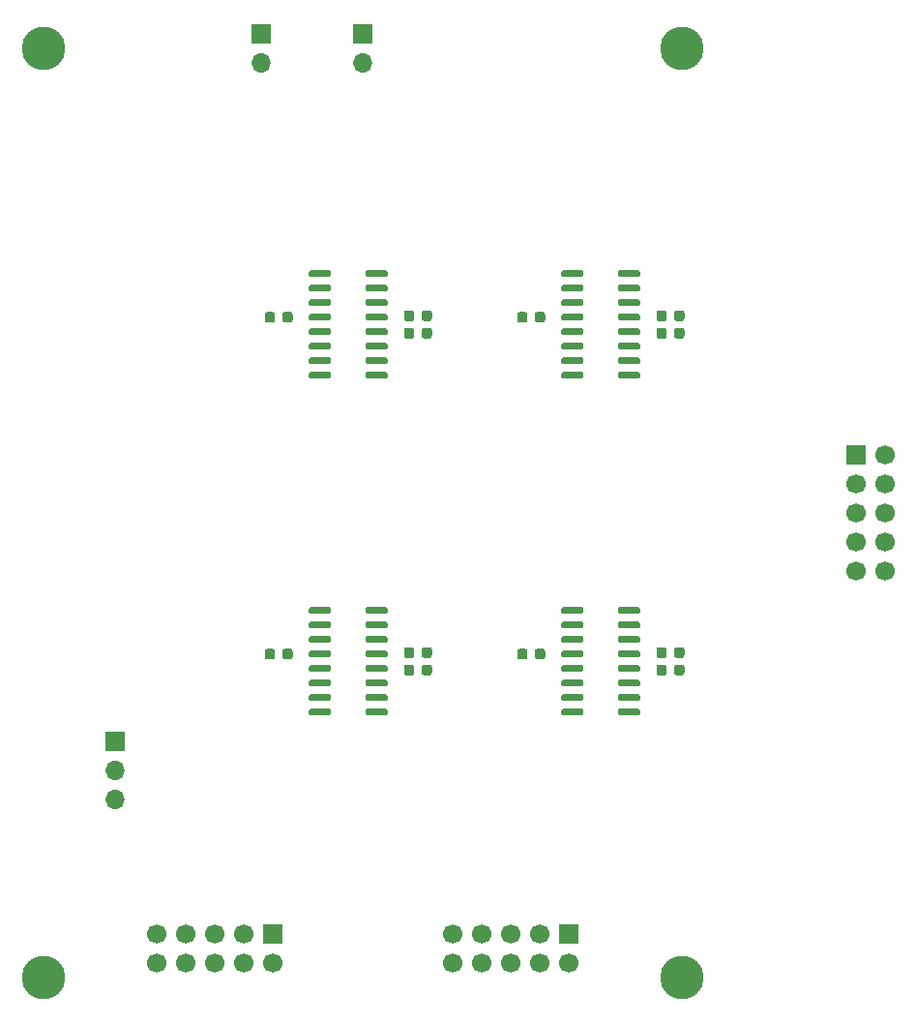
<source format=gts>
%TF.GenerationSoftware,KiCad,Pcbnew,5.1.7-a382d34a8~87~ubuntu18.04.1*%
%TF.CreationDate,2021-05-06T09:45:46-07:00*%
%TF.ProjectId,multiplexer,6d756c74-6970-46c6-9578-65722e6b6963,rev?*%
%TF.SameCoordinates,Original*%
%TF.FileFunction,Soldermask,Top*%
%TF.FilePolarity,Negative*%
%FSLAX46Y46*%
G04 Gerber Fmt 4.6, Leading zero omitted, Abs format (unit mm)*
G04 Created by KiCad (PCBNEW 5.1.7-a382d34a8~87~ubuntu18.04.1) date 2021-05-06 09:45:46*
%MOMM*%
%LPD*%
G01*
G04 APERTURE LIST*
%ADD10C,3.810000*%
%ADD11R,1.700000X1.700000*%
%ADD12O,1.700000X1.700000*%
%ADD13C,1.700000*%
G04 APERTURE END LIST*
D10*
%TO.C,M1*%
X80010000Y-80010000D03*
%TD*%
%TO.C,M2*%
X135890000Y-80010000D03*
%TD*%
%TO.C,M3*%
X135890000Y-161290000D03*
%TD*%
%TO.C,4-40*%
X80010000Y-161290000D03*
%TD*%
%TO.C,C1*%
G36*
G01*
X100909000Y-103755000D02*
X100909000Y-103255000D01*
G75*
G02*
X101134000Y-103030000I225000J0D01*
G01*
X101584000Y-103030000D01*
G75*
G02*
X101809000Y-103255000I0J-225000D01*
G01*
X101809000Y-103755000D01*
G75*
G02*
X101584000Y-103980000I-225000J0D01*
G01*
X101134000Y-103980000D01*
G75*
G02*
X100909000Y-103755000I0J225000D01*
G01*
G37*
G36*
G01*
X99359000Y-103755000D02*
X99359000Y-103255000D01*
G75*
G02*
X99584000Y-103030000I225000J0D01*
G01*
X100034000Y-103030000D01*
G75*
G02*
X100259000Y-103255000I0J-225000D01*
G01*
X100259000Y-103755000D01*
G75*
G02*
X100034000Y-103980000I-225000J0D01*
G01*
X99584000Y-103980000D01*
G75*
G02*
X99359000Y-103755000I0J225000D01*
G01*
G37*
%TD*%
%TO.C,C2*%
G36*
G01*
X100909000Y-133219000D02*
X100909000Y-132719000D01*
G75*
G02*
X101134000Y-132494000I225000J0D01*
G01*
X101584000Y-132494000D01*
G75*
G02*
X101809000Y-132719000I0J-225000D01*
G01*
X101809000Y-133219000D01*
G75*
G02*
X101584000Y-133444000I-225000J0D01*
G01*
X101134000Y-133444000D01*
G75*
G02*
X100909000Y-133219000I0J225000D01*
G01*
G37*
G36*
G01*
X99359000Y-133219000D02*
X99359000Y-132719000D01*
G75*
G02*
X99584000Y-132494000I225000J0D01*
G01*
X100034000Y-132494000D01*
G75*
G02*
X100259000Y-132719000I0J-225000D01*
G01*
X100259000Y-133219000D01*
G75*
G02*
X100034000Y-133444000I-225000J0D01*
G01*
X99584000Y-133444000D01*
G75*
G02*
X99359000Y-133219000I0J225000D01*
G01*
G37*
%TD*%
%TO.C,C3*%
G36*
G01*
X111551000Y-103628000D02*
X111551000Y-103128000D01*
G75*
G02*
X111776000Y-102903000I225000J0D01*
G01*
X112226000Y-102903000D01*
G75*
G02*
X112451000Y-103128000I0J-225000D01*
G01*
X112451000Y-103628000D01*
G75*
G02*
X112226000Y-103853000I-225000J0D01*
G01*
X111776000Y-103853000D01*
G75*
G02*
X111551000Y-103628000I0J225000D01*
G01*
G37*
G36*
G01*
X113101000Y-103628000D02*
X113101000Y-103128000D01*
G75*
G02*
X113326000Y-102903000I225000J0D01*
G01*
X113776000Y-102903000D01*
G75*
G02*
X114001000Y-103128000I0J-225000D01*
G01*
X114001000Y-103628000D01*
G75*
G02*
X113776000Y-103853000I-225000J0D01*
G01*
X113326000Y-103853000D01*
G75*
G02*
X113101000Y-103628000I0J225000D01*
G01*
G37*
%TD*%
%TO.C,C4*%
G36*
G01*
X111551000Y-133092000D02*
X111551000Y-132592000D01*
G75*
G02*
X111776000Y-132367000I225000J0D01*
G01*
X112226000Y-132367000D01*
G75*
G02*
X112451000Y-132592000I0J-225000D01*
G01*
X112451000Y-133092000D01*
G75*
G02*
X112226000Y-133317000I-225000J0D01*
G01*
X111776000Y-133317000D01*
G75*
G02*
X111551000Y-133092000I0J225000D01*
G01*
G37*
G36*
G01*
X113101000Y-133092000D02*
X113101000Y-132592000D01*
G75*
G02*
X113326000Y-132367000I225000J0D01*
G01*
X113776000Y-132367000D01*
G75*
G02*
X114001000Y-132592000I0J-225000D01*
G01*
X114001000Y-133092000D01*
G75*
G02*
X113776000Y-133317000I-225000J0D01*
G01*
X113326000Y-133317000D01*
G75*
G02*
X113101000Y-133092000I0J225000D01*
G01*
G37*
%TD*%
%TO.C,C5*%
G36*
G01*
X123007000Y-103755000D02*
X123007000Y-103255000D01*
G75*
G02*
X123232000Y-103030000I225000J0D01*
G01*
X123682000Y-103030000D01*
G75*
G02*
X123907000Y-103255000I0J-225000D01*
G01*
X123907000Y-103755000D01*
G75*
G02*
X123682000Y-103980000I-225000J0D01*
G01*
X123232000Y-103980000D01*
G75*
G02*
X123007000Y-103755000I0J225000D01*
G01*
G37*
G36*
G01*
X121457000Y-103755000D02*
X121457000Y-103255000D01*
G75*
G02*
X121682000Y-103030000I225000J0D01*
G01*
X122132000Y-103030000D01*
G75*
G02*
X122357000Y-103255000I0J-225000D01*
G01*
X122357000Y-103755000D01*
G75*
G02*
X122132000Y-103980000I-225000J0D01*
G01*
X121682000Y-103980000D01*
G75*
G02*
X121457000Y-103755000I0J225000D01*
G01*
G37*
%TD*%
%TO.C,C6*%
G36*
G01*
X121457000Y-133219000D02*
X121457000Y-132719000D01*
G75*
G02*
X121682000Y-132494000I225000J0D01*
G01*
X122132000Y-132494000D01*
G75*
G02*
X122357000Y-132719000I0J-225000D01*
G01*
X122357000Y-133219000D01*
G75*
G02*
X122132000Y-133444000I-225000J0D01*
G01*
X121682000Y-133444000D01*
G75*
G02*
X121457000Y-133219000I0J225000D01*
G01*
G37*
G36*
G01*
X123007000Y-133219000D02*
X123007000Y-132719000D01*
G75*
G02*
X123232000Y-132494000I225000J0D01*
G01*
X123682000Y-132494000D01*
G75*
G02*
X123907000Y-132719000I0J-225000D01*
G01*
X123907000Y-133219000D01*
G75*
G02*
X123682000Y-133444000I-225000J0D01*
G01*
X123232000Y-133444000D01*
G75*
G02*
X123007000Y-133219000I0J225000D01*
G01*
G37*
%TD*%
%TO.C,C7*%
G36*
G01*
X133649000Y-103628000D02*
X133649000Y-103128000D01*
G75*
G02*
X133874000Y-102903000I225000J0D01*
G01*
X134324000Y-102903000D01*
G75*
G02*
X134549000Y-103128000I0J-225000D01*
G01*
X134549000Y-103628000D01*
G75*
G02*
X134324000Y-103853000I-225000J0D01*
G01*
X133874000Y-103853000D01*
G75*
G02*
X133649000Y-103628000I0J225000D01*
G01*
G37*
G36*
G01*
X135199000Y-103628000D02*
X135199000Y-103128000D01*
G75*
G02*
X135424000Y-102903000I225000J0D01*
G01*
X135874000Y-102903000D01*
G75*
G02*
X136099000Y-103128000I0J-225000D01*
G01*
X136099000Y-103628000D01*
G75*
G02*
X135874000Y-103853000I-225000J0D01*
G01*
X135424000Y-103853000D01*
G75*
G02*
X135199000Y-103628000I0J225000D01*
G01*
G37*
%TD*%
%TO.C,C8*%
G36*
G01*
X135199000Y-133092000D02*
X135199000Y-132592000D01*
G75*
G02*
X135424000Y-132367000I225000J0D01*
G01*
X135874000Y-132367000D01*
G75*
G02*
X136099000Y-132592000I0J-225000D01*
G01*
X136099000Y-133092000D01*
G75*
G02*
X135874000Y-133317000I-225000J0D01*
G01*
X135424000Y-133317000D01*
G75*
G02*
X135199000Y-133092000I0J225000D01*
G01*
G37*
G36*
G01*
X133649000Y-133092000D02*
X133649000Y-132592000D01*
G75*
G02*
X133874000Y-132367000I225000J0D01*
G01*
X134324000Y-132367000D01*
G75*
G02*
X134549000Y-132592000I0J-225000D01*
G01*
X134549000Y-133092000D01*
G75*
G02*
X134324000Y-133317000I-225000J0D01*
G01*
X133874000Y-133317000D01*
G75*
G02*
X133649000Y-133092000I0J225000D01*
G01*
G37*
%TD*%
%TO.C,C9*%
G36*
G01*
X111551000Y-105152000D02*
X111551000Y-104652000D01*
G75*
G02*
X111776000Y-104427000I225000J0D01*
G01*
X112226000Y-104427000D01*
G75*
G02*
X112451000Y-104652000I0J-225000D01*
G01*
X112451000Y-105152000D01*
G75*
G02*
X112226000Y-105377000I-225000J0D01*
G01*
X111776000Y-105377000D01*
G75*
G02*
X111551000Y-105152000I0J225000D01*
G01*
G37*
G36*
G01*
X113101000Y-105152000D02*
X113101000Y-104652000D01*
G75*
G02*
X113326000Y-104427000I225000J0D01*
G01*
X113776000Y-104427000D01*
G75*
G02*
X114001000Y-104652000I0J-225000D01*
G01*
X114001000Y-105152000D01*
G75*
G02*
X113776000Y-105377000I-225000J0D01*
G01*
X113326000Y-105377000D01*
G75*
G02*
X113101000Y-105152000I0J225000D01*
G01*
G37*
%TD*%
%TO.C,C10*%
G36*
G01*
X113101000Y-134616000D02*
X113101000Y-134116000D01*
G75*
G02*
X113326000Y-133891000I225000J0D01*
G01*
X113776000Y-133891000D01*
G75*
G02*
X114001000Y-134116000I0J-225000D01*
G01*
X114001000Y-134616000D01*
G75*
G02*
X113776000Y-134841000I-225000J0D01*
G01*
X113326000Y-134841000D01*
G75*
G02*
X113101000Y-134616000I0J225000D01*
G01*
G37*
G36*
G01*
X111551000Y-134616000D02*
X111551000Y-134116000D01*
G75*
G02*
X111776000Y-133891000I225000J0D01*
G01*
X112226000Y-133891000D01*
G75*
G02*
X112451000Y-134116000I0J-225000D01*
G01*
X112451000Y-134616000D01*
G75*
G02*
X112226000Y-134841000I-225000J0D01*
G01*
X111776000Y-134841000D01*
G75*
G02*
X111551000Y-134616000I0J225000D01*
G01*
G37*
%TD*%
%TO.C,C11*%
G36*
G01*
X133649000Y-105152000D02*
X133649000Y-104652000D01*
G75*
G02*
X133874000Y-104427000I225000J0D01*
G01*
X134324000Y-104427000D01*
G75*
G02*
X134549000Y-104652000I0J-225000D01*
G01*
X134549000Y-105152000D01*
G75*
G02*
X134324000Y-105377000I-225000J0D01*
G01*
X133874000Y-105377000D01*
G75*
G02*
X133649000Y-105152000I0J225000D01*
G01*
G37*
G36*
G01*
X135199000Y-105152000D02*
X135199000Y-104652000D01*
G75*
G02*
X135424000Y-104427000I225000J0D01*
G01*
X135874000Y-104427000D01*
G75*
G02*
X136099000Y-104652000I0J-225000D01*
G01*
X136099000Y-105152000D01*
G75*
G02*
X135874000Y-105377000I-225000J0D01*
G01*
X135424000Y-105377000D01*
G75*
G02*
X135199000Y-105152000I0J225000D01*
G01*
G37*
%TD*%
%TO.C,C12*%
G36*
G01*
X135199000Y-134616000D02*
X135199000Y-134116000D01*
G75*
G02*
X135424000Y-133891000I225000J0D01*
G01*
X135874000Y-133891000D01*
G75*
G02*
X136099000Y-134116000I0J-225000D01*
G01*
X136099000Y-134616000D01*
G75*
G02*
X135874000Y-134841000I-225000J0D01*
G01*
X135424000Y-134841000D01*
G75*
G02*
X135199000Y-134616000I0J225000D01*
G01*
G37*
G36*
G01*
X133649000Y-134616000D02*
X133649000Y-134116000D01*
G75*
G02*
X133874000Y-133891000I225000J0D01*
G01*
X134324000Y-133891000D01*
G75*
G02*
X134549000Y-134116000I0J-225000D01*
G01*
X134549000Y-134616000D01*
G75*
G02*
X134324000Y-134841000I-225000J0D01*
G01*
X133874000Y-134841000D01*
G75*
G02*
X133649000Y-134616000I0J225000D01*
G01*
G37*
%TD*%
D11*
%TO.C,K1*%
X86309200Y-140589000D03*
D12*
X86309200Y-143129000D03*
X86309200Y-145669000D03*
%TD*%
D13*
%TO.C,P1*%
X89916000Y-160020000D03*
X89916000Y-157480000D03*
X92456000Y-160020000D03*
X92456000Y-157480000D03*
X94996000Y-160020000D03*
X94996000Y-157480000D03*
X97536000Y-160020000D03*
X97536000Y-157480000D03*
X100076000Y-160020000D03*
D11*
X100076000Y-157480000D03*
%TD*%
%TO.C,P2*%
X125984000Y-157480000D03*
D13*
X125984000Y-160020000D03*
X123444000Y-157480000D03*
X123444000Y-160020000D03*
X120904000Y-157480000D03*
X120904000Y-160020000D03*
X118364000Y-157480000D03*
X118364000Y-160020000D03*
X115824000Y-157480000D03*
X115824000Y-160020000D03*
%TD*%
D11*
%TO.C,P3*%
X107950000Y-78740000D03*
D12*
X107950000Y-81280000D03*
%TD*%
%TO.C,P4*%
X99060000Y-81280000D03*
D11*
X99060000Y-78740000D03*
%TD*%
%TO.C,P5*%
X151130000Y-115570000D03*
D13*
X153670000Y-115570000D03*
X151130000Y-118110000D03*
X153670000Y-118110000D03*
X151130000Y-120650000D03*
X153670000Y-120650000D03*
X151130000Y-123190000D03*
X153670000Y-123190000D03*
X151130000Y-125730000D03*
X153670000Y-125730000D03*
%TD*%
%TO.C,U1*%
G36*
G01*
X108180000Y-99845000D02*
X108180000Y-99545000D01*
G75*
G02*
X108330000Y-99395000I150000J0D01*
G01*
X109980000Y-99395000D01*
G75*
G02*
X110130000Y-99545000I0J-150000D01*
G01*
X110130000Y-99845000D01*
G75*
G02*
X109980000Y-99995000I-150000J0D01*
G01*
X108330000Y-99995000D01*
G75*
G02*
X108180000Y-99845000I0J150000D01*
G01*
G37*
G36*
G01*
X108180000Y-101115000D02*
X108180000Y-100815000D01*
G75*
G02*
X108330000Y-100665000I150000J0D01*
G01*
X109980000Y-100665000D01*
G75*
G02*
X110130000Y-100815000I0J-150000D01*
G01*
X110130000Y-101115000D01*
G75*
G02*
X109980000Y-101265000I-150000J0D01*
G01*
X108330000Y-101265000D01*
G75*
G02*
X108180000Y-101115000I0J150000D01*
G01*
G37*
G36*
G01*
X108180000Y-102385000D02*
X108180000Y-102085000D01*
G75*
G02*
X108330000Y-101935000I150000J0D01*
G01*
X109980000Y-101935000D01*
G75*
G02*
X110130000Y-102085000I0J-150000D01*
G01*
X110130000Y-102385000D01*
G75*
G02*
X109980000Y-102535000I-150000J0D01*
G01*
X108330000Y-102535000D01*
G75*
G02*
X108180000Y-102385000I0J150000D01*
G01*
G37*
G36*
G01*
X108180000Y-103655000D02*
X108180000Y-103355000D01*
G75*
G02*
X108330000Y-103205000I150000J0D01*
G01*
X109980000Y-103205000D01*
G75*
G02*
X110130000Y-103355000I0J-150000D01*
G01*
X110130000Y-103655000D01*
G75*
G02*
X109980000Y-103805000I-150000J0D01*
G01*
X108330000Y-103805000D01*
G75*
G02*
X108180000Y-103655000I0J150000D01*
G01*
G37*
G36*
G01*
X108180000Y-104925000D02*
X108180000Y-104625000D01*
G75*
G02*
X108330000Y-104475000I150000J0D01*
G01*
X109980000Y-104475000D01*
G75*
G02*
X110130000Y-104625000I0J-150000D01*
G01*
X110130000Y-104925000D01*
G75*
G02*
X109980000Y-105075000I-150000J0D01*
G01*
X108330000Y-105075000D01*
G75*
G02*
X108180000Y-104925000I0J150000D01*
G01*
G37*
G36*
G01*
X108180000Y-106195000D02*
X108180000Y-105895000D01*
G75*
G02*
X108330000Y-105745000I150000J0D01*
G01*
X109980000Y-105745000D01*
G75*
G02*
X110130000Y-105895000I0J-150000D01*
G01*
X110130000Y-106195000D01*
G75*
G02*
X109980000Y-106345000I-150000J0D01*
G01*
X108330000Y-106345000D01*
G75*
G02*
X108180000Y-106195000I0J150000D01*
G01*
G37*
G36*
G01*
X108180000Y-107465000D02*
X108180000Y-107165000D01*
G75*
G02*
X108330000Y-107015000I150000J0D01*
G01*
X109980000Y-107015000D01*
G75*
G02*
X110130000Y-107165000I0J-150000D01*
G01*
X110130000Y-107465000D01*
G75*
G02*
X109980000Y-107615000I-150000J0D01*
G01*
X108330000Y-107615000D01*
G75*
G02*
X108180000Y-107465000I0J150000D01*
G01*
G37*
G36*
G01*
X108180000Y-108735000D02*
X108180000Y-108435000D01*
G75*
G02*
X108330000Y-108285000I150000J0D01*
G01*
X109980000Y-108285000D01*
G75*
G02*
X110130000Y-108435000I0J-150000D01*
G01*
X110130000Y-108735000D01*
G75*
G02*
X109980000Y-108885000I-150000J0D01*
G01*
X108330000Y-108885000D01*
G75*
G02*
X108180000Y-108735000I0J150000D01*
G01*
G37*
G36*
G01*
X103230000Y-108735000D02*
X103230000Y-108435000D01*
G75*
G02*
X103380000Y-108285000I150000J0D01*
G01*
X105030000Y-108285000D01*
G75*
G02*
X105180000Y-108435000I0J-150000D01*
G01*
X105180000Y-108735000D01*
G75*
G02*
X105030000Y-108885000I-150000J0D01*
G01*
X103380000Y-108885000D01*
G75*
G02*
X103230000Y-108735000I0J150000D01*
G01*
G37*
G36*
G01*
X103230000Y-107465000D02*
X103230000Y-107165000D01*
G75*
G02*
X103380000Y-107015000I150000J0D01*
G01*
X105030000Y-107015000D01*
G75*
G02*
X105180000Y-107165000I0J-150000D01*
G01*
X105180000Y-107465000D01*
G75*
G02*
X105030000Y-107615000I-150000J0D01*
G01*
X103380000Y-107615000D01*
G75*
G02*
X103230000Y-107465000I0J150000D01*
G01*
G37*
G36*
G01*
X103230000Y-106195000D02*
X103230000Y-105895000D01*
G75*
G02*
X103380000Y-105745000I150000J0D01*
G01*
X105030000Y-105745000D01*
G75*
G02*
X105180000Y-105895000I0J-150000D01*
G01*
X105180000Y-106195000D01*
G75*
G02*
X105030000Y-106345000I-150000J0D01*
G01*
X103380000Y-106345000D01*
G75*
G02*
X103230000Y-106195000I0J150000D01*
G01*
G37*
G36*
G01*
X103230000Y-104925000D02*
X103230000Y-104625000D01*
G75*
G02*
X103380000Y-104475000I150000J0D01*
G01*
X105030000Y-104475000D01*
G75*
G02*
X105180000Y-104625000I0J-150000D01*
G01*
X105180000Y-104925000D01*
G75*
G02*
X105030000Y-105075000I-150000J0D01*
G01*
X103380000Y-105075000D01*
G75*
G02*
X103230000Y-104925000I0J150000D01*
G01*
G37*
G36*
G01*
X103230000Y-103655000D02*
X103230000Y-103355000D01*
G75*
G02*
X103380000Y-103205000I150000J0D01*
G01*
X105030000Y-103205000D01*
G75*
G02*
X105180000Y-103355000I0J-150000D01*
G01*
X105180000Y-103655000D01*
G75*
G02*
X105030000Y-103805000I-150000J0D01*
G01*
X103380000Y-103805000D01*
G75*
G02*
X103230000Y-103655000I0J150000D01*
G01*
G37*
G36*
G01*
X103230000Y-102385000D02*
X103230000Y-102085000D01*
G75*
G02*
X103380000Y-101935000I150000J0D01*
G01*
X105030000Y-101935000D01*
G75*
G02*
X105180000Y-102085000I0J-150000D01*
G01*
X105180000Y-102385000D01*
G75*
G02*
X105030000Y-102535000I-150000J0D01*
G01*
X103380000Y-102535000D01*
G75*
G02*
X103230000Y-102385000I0J150000D01*
G01*
G37*
G36*
G01*
X103230000Y-101115000D02*
X103230000Y-100815000D01*
G75*
G02*
X103380000Y-100665000I150000J0D01*
G01*
X105030000Y-100665000D01*
G75*
G02*
X105180000Y-100815000I0J-150000D01*
G01*
X105180000Y-101115000D01*
G75*
G02*
X105030000Y-101265000I-150000J0D01*
G01*
X103380000Y-101265000D01*
G75*
G02*
X103230000Y-101115000I0J150000D01*
G01*
G37*
G36*
G01*
X103230000Y-99845000D02*
X103230000Y-99545000D01*
G75*
G02*
X103380000Y-99395000I150000J0D01*
G01*
X105030000Y-99395000D01*
G75*
G02*
X105180000Y-99545000I0J-150000D01*
G01*
X105180000Y-99845000D01*
G75*
G02*
X105030000Y-99995000I-150000J0D01*
G01*
X103380000Y-99995000D01*
G75*
G02*
X103230000Y-99845000I0J150000D01*
G01*
G37*
%TD*%
%TO.C,U2*%
G36*
G01*
X108180000Y-129309000D02*
X108180000Y-129009000D01*
G75*
G02*
X108330000Y-128859000I150000J0D01*
G01*
X109980000Y-128859000D01*
G75*
G02*
X110130000Y-129009000I0J-150000D01*
G01*
X110130000Y-129309000D01*
G75*
G02*
X109980000Y-129459000I-150000J0D01*
G01*
X108330000Y-129459000D01*
G75*
G02*
X108180000Y-129309000I0J150000D01*
G01*
G37*
G36*
G01*
X108180000Y-130579000D02*
X108180000Y-130279000D01*
G75*
G02*
X108330000Y-130129000I150000J0D01*
G01*
X109980000Y-130129000D01*
G75*
G02*
X110130000Y-130279000I0J-150000D01*
G01*
X110130000Y-130579000D01*
G75*
G02*
X109980000Y-130729000I-150000J0D01*
G01*
X108330000Y-130729000D01*
G75*
G02*
X108180000Y-130579000I0J150000D01*
G01*
G37*
G36*
G01*
X108180000Y-131849000D02*
X108180000Y-131549000D01*
G75*
G02*
X108330000Y-131399000I150000J0D01*
G01*
X109980000Y-131399000D01*
G75*
G02*
X110130000Y-131549000I0J-150000D01*
G01*
X110130000Y-131849000D01*
G75*
G02*
X109980000Y-131999000I-150000J0D01*
G01*
X108330000Y-131999000D01*
G75*
G02*
X108180000Y-131849000I0J150000D01*
G01*
G37*
G36*
G01*
X108180000Y-133119000D02*
X108180000Y-132819000D01*
G75*
G02*
X108330000Y-132669000I150000J0D01*
G01*
X109980000Y-132669000D01*
G75*
G02*
X110130000Y-132819000I0J-150000D01*
G01*
X110130000Y-133119000D01*
G75*
G02*
X109980000Y-133269000I-150000J0D01*
G01*
X108330000Y-133269000D01*
G75*
G02*
X108180000Y-133119000I0J150000D01*
G01*
G37*
G36*
G01*
X108180000Y-134389000D02*
X108180000Y-134089000D01*
G75*
G02*
X108330000Y-133939000I150000J0D01*
G01*
X109980000Y-133939000D01*
G75*
G02*
X110130000Y-134089000I0J-150000D01*
G01*
X110130000Y-134389000D01*
G75*
G02*
X109980000Y-134539000I-150000J0D01*
G01*
X108330000Y-134539000D01*
G75*
G02*
X108180000Y-134389000I0J150000D01*
G01*
G37*
G36*
G01*
X108180000Y-135659000D02*
X108180000Y-135359000D01*
G75*
G02*
X108330000Y-135209000I150000J0D01*
G01*
X109980000Y-135209000D01*
G75*
G02*
X110130000Y-135359000I0J-150000D01*
G01*
X110130000Y-135659000D01*
G75*
G02*
X109980000Y-135809000I-150000J0D01*
G01*
X108330000Y-135809000D01*
G75*
G02*
X108180000Y-135659000I0J150000D01*
G01*
G37*
G36*
G01*
X108180000Y-136929000D02*
X108180000Y-136629000D01*
G75*
G02*
X108330000Y-136479000I150000J0D01*
G01*
X109980000Y-136479000D01*
G75*
G02*
X110130000Y-136629000I0J-150000D01*
G01*
X110130000Y-136929000D01*
G75*
G02*
X109980000Y-137079000I-150000J0D01*
G01*
X108330000Y-137079000D01*
G75*
G02*
X108180000Y-136929000I0J150000D01*
G01*
G37*
G36*
G01*
X108180000Y-138199000D02*
X108180000Y-137899000D01*
G75*
G02*
X108330000Y-137749000I150000J0D01*
G01*
X109980000Y-137749000D01*
G75*
G02*
X110130000Y-137899000I0J-150000D01*
G01*
X110130000Y-138199000D01*
G75*
G02*
X109980000Y-138349000I-150000J0D01*
G01*
X108330000Y-138349000D01*
G75*
G02*
X108180000Y-138199000I0J150000D01*
G01*
G37*
G36*
G01*
X103230000Y-138199000D02*
X103230000Y-137899000D01*
G75*
G02*
X103380000Y-137749000I150000J0D01*
G01*
X105030000Y-137749000D01*
G75*
G02*
X105180000Y-137899000I0J-150000D01*
G01*
X105180000Y-138199000D01*
G75*
G02*
X105030000Y-138349000I-150000J0D01*
G01*
X103380000Y-138349000D01*
G75*
G02*
X103230000Y-138199000I0J150000D01*
G01*
G37*
G36*
G01*
X103230000Y-136929000D02*
X103230000Y-136629000D01*
G75*
G02*
X103380000Y-136479000I150000J0D01*
G01*
X105030000Y-136479000D01*
G75*
G02*
X105180000Y-136629000I0J-150000D01*
G01*
X105180000Y-136929000D01*
G75*
G02*
X105030000Y-137079000I-150000J0D01*
G01*
X103380000Y-137079000D01*
G75*
G02*
X103230000Y-136929000I0J150000D01*
G01*
G37*
G36*
G01*
X103230000Y-135659000D02*
X103230000Y-135359000D01*
G75*
G02*
X103380000Y-135209000I150000J0D01*
G01*
X105030000Y-135209000D01*
G75*
G02*
X105180000Y-135359000I0J-150000D01*
G01*
X105180000Y-135659000D01*
G75*
G02*
X105030000Y-135809000I-150000J0D01*
G01*
X103380000Y-135809000D01*
G75*
G02*
X103230000Y-135659000I0J150000D01*
G01*
G37*
G36*
G01*
X103230000Y-134389000D02*
X103230000Y-134089000D01*
G75*
G02*
X103380000Y-133939000I150000J0D01*
G01*
X105030000Y-133939000D01*
G75*
G02*
X105180000Y-134089000I0J-150000D01*
G01*
X105180000Y-134389000D01*
G75*
G02*
X105030000Y-134539000I-150000J0D01*
G01*
X103380000Y-134539000D01*
G75*
G02*
X103230000Y-134389000I0J150000D01*
G01*
G37*
G36*
G01*
X103230000Y-133119000D02*
X103230000Y-132819000D01*
G75*
G02*
X103380000Y-132669000I150000J0D01*
G01*
X105030000Y-132669000D01*
G75*
G02*
X105180000Y-132819000I0J-150000D01*
G01*
X105180000Y-133119000D01*
G75*
G02*
X105030000Y-133269000I-150000J0D01*
G01*
X103380000Y-133269000D01*
G75*
G02*
X103230000Y-133119000I0J150000D01*
G01*
G37*
G36*
G01*
X103230000Y-131849000D02*
X103230000Y-131549000D01*
G75*
G02*
X103380000Y-131399000I150000J0D01*
G01*
X105030000Y-131399000D01*
G75*
G02*
X105180000Y-131549000I0J-150000D01*
G01*
X105180000Y-131849000D01*
G75*
G02*
X105030000Y-131999000I-150000J0D01*
G01*
X103380000Y-131999000D01*
G75*
G02*
X103230000Y-131849000I0J150000D01*
G01*
G37*
G36*
G01*
X103230000Y-130579000D02*
X103230000Y-130279000D01*
G75*
G02*
X103380000Y-130129000I150000J0D01*
G01*
X105030000Y-130129000D01*
G75*
G02*
X105180000Y-130279000I0J-150000D01*
G01*
X105180000Y-130579000D01*
G75*
G02*
X105030000Y-130729000I-150000J0D01*
G01*
X103380000Y-130729000D01*
G75*
G02*
X103230000Y-130579000I0J150000D01*
G01*
G37*
G36*
G01*
X103230000Y-129309000D02*
X103230000Y-129009000D01*
G75*
G02*
X103380000Y-128859000I150000J0D01*
G01*
X105030000Y-128859000D01*
G75*
G02*
X105180000Y-129009000I0J-150000D01*
G01*
X105180000Y-129309000D01*
G75*
G02*
X105030000Y-129459000I-150000J0D01*
G01*
X103380000Y-129459000D01*
G75*
G02*
X103230000Y-129309000I0J150000D01*
G01*
G37*
%TD*%
%TO.C,U3*%
G36*
G01*
X125328000Y-99845000D02*
X125328000Y-99545000D01*
G75*
G02*
X125478000Y-99395000I150000J0D01*
G01*
X127128000Y-99395000D01*
G75*
G02*
X127278000Y-99545000I0J-150000D01*
G01*
X127278000Y-99845000D01*
G75*
G02*
X127128000Y-99995000I-150000J0D01*
G01*
X125478000Y-99995000D01*
G75*
G02*
X125328000Y-99845000I0J150000D01*
G01*
G37*
G36*
G01*
X125328000Y-101115000D02*
X125328000Y-100815000D01*
G75*
G02*
X125478000Y-100665000I150000J0D01*
G01*
X127128000Y-100665000D01*
G75*
G02*
X127278000Y-100815000I0J-150000D01*
G01*
X127278000Y-101115000D01*
G75*
G02*
X127128000Y-101265000I-150000J0D01*
G01*
X125478000Y-101265000D01*
G75*
G02*
X125328000Y-101115000I0J150000D01*
G01*
G37*
G36*
G01*
X125328000Y-102385000D02*
X125328000Y-102085000D01*
G75*
G02*
X125478000Y-101935000I150000J0D01*
G01*
X127128000Y-101935000D01*
G75*
G02*
X127278000Y-102085000I0J-150000D01*
G01*
X127278000Y-102385000D01*
G75*
G02*
X127128000Y-102535000I-150000J0D01*
G01*
X125478000Y-102535000D01*
G75*
G02*
X125328000Y-102385000I0J150000D01*
G01*
G37*
G36*
G01*
X125328000Y-103655000D02*
X125328000Y-103355000D01*
G75*
G02*
X125478000Y-103205000I150000J0D01*
G01*
X127128000Y-103205000D01*
G75*
G02*
X127278000Y-103355000I0J-150000D01*
G01*
X127278000Y-103655000D01*
G75*
G02*
X127128000Y-103805000I-150000J0D01*
G01*
X125478000Y-103805000D01*
G75*
G02*
X125328000Y-103655000I0J150000D01*
G01*
G37*
G36*
G01*
X125328000Y-104925000D02*
X125328000Y-104625000D01*
G75*
G02*
X125478000Y-104475000I150000J0D01*
G01*
X127128000Y-104475000D01*
G75*
G02*
X127278000Y-104625000I0J-150000D01*
G01*
X127278000Y-104925000D01*
G75*
G02*
X127128000Y-105075000I-150000J0D01*
G01*
X125478000Y-105075000D01*
G75*
G02*
X125328000Y-104925000I0J150000D01*
G01*
G37*
G36*
G01*
X125328000Y-106195000D02*
X125328000Y-105895000D01*
G75*
G02*
X125478000Y-105745000I150000J0D01*
G01*
X127128000Y-105745000D01*
G75*
G02*
X127278000Y-105895000I0J-150000D01*
G01*
X127278000Y-106195000D01*
G75*
G02*
X127128000Y-106345000I-150000J0D01*
G01*
X125478000Y-106345000D01*
G75*
G02*
X125328000Y-106195000I0J150000D01*
G01*
G37*
G36*
G01*
X125328000Y-107465000D02*
X125328000Y-107165000D01*
G75*
G02*
X125478000Y-107015000I150000J0D01*
G01*
X127128000Y-107015000D01*
G75*
G02*
X127278000Y-107165000I0J-150000D01*
G01*
X127278000Y-107465000D01*
G75*
G02*
X127128000Y-107615000I-150000J0D01*
G01*
X125478000Y-107615000D01*
G75*
G02*
X125328000Y-107465000I0J150000D01*
G01*
G37*
G36*
G01*
X125328000Y-108735000D02*
X125328000Y-108435000D01*
G75*
G02*
X125478000Y-108285000I150000J0D01*
G01*
X127128000Y-108285000D01*
G75*
G02*
X127278000Y-108435000I0J-150000D01*
G01*
X127278000Y-108735000D01*
G75*
G02*
X127128000Y-108885000I-150000J0D01*
G01*
X125478000Y-108885000D01*
G75*
G02*
X125328000Y-108735000I0J150000D01*
G01*
G37*
G36*
G01*
X130278000Y-108735000D02*
X130278000Y-108435000D01*
G75*
G02*
X130428000Y-108285000I150000J0D01*
G01*
X132078000Y-108285000D01*
G75*
G02*
X132228000Y-108435000I0J-150000D01*
G01*
X132228000Y-108735000D01*
G75*
G02*
X132078000Y-108885000I-150000J0D01*
G01*
X130428000Y-108885000D01*
G75*
G02*
X130278000Y-108735000I0J150000D01*
G01*
G37*
G36*
G01*
X130278000Y-107465000D02*
X130278000Y-107165000D01*
G75*
G02*
X130428000Y-107015000I150000J0D01*
G01*
X132078000Y-107015000D01*
G75*
G02*
X132228000Y-107165000I0J-150000D01*
G01*
X132228000Y-107465000D01*
G75*
G02*
X132078000Y-107615000I-150000J0D01*
G01*
X130428000Y-107615000D01*
G75*
G02*
X130278000Y-107465000I0J150000D01*
G01*
G37*
G36*
G01*
X130278000Y-106195000D02*
X130278000Y-105895000D01*
G75*
G02*
X130428000Y-105745000I150000J0D01*
G01*
X132078000Y-105745000D01*
G75*
G02*
X132228000Y-105895000I0J-150000D01*
G01*
X132228000Y-106195000D01*
G75*
G02*
X132078000Y-106345000I-150000J0D01*
G01*
X130428000Y-106345000D01*
G75*
G02*
X130278000Y-106195000I0J150000D01*
G01*
G37*
G36*
G01*
X130278000Y-104925000D02*
X130278000Y-104625000D01*
G75*
G02*
X130428000Y-104475000I150000J0D01*
G01*
X132078000Y-104475000D01*
G75*
G02*
X132228000Y-104625000I0J-150000D01*
G01*
X132228000Y-104925000D01*
G75*
G02*
X132078000Y-105075000I-150000J0D01*
G01*
X130428000Y-105075000D01*
G75*
G02*
X130278000Y-104925000I0J150000D01*
G01*
G37*
G36*
G01*
X130278000Y-103655000D02*
X130278000Y-103355000D01*
G75*
G02*
X130428000Y-103205000I150000J0D01*
G01*
X132078000Y-103205000D01*
G75*
G02*
X132228000Y-103355000I0J-150000D01*
G01*
X132228000Y-103655000D01*
G75*
G02*
X132078000Y-103805000I-150000J0D01*
G01*
X130428000Y-103805000D01*
G75*
G02*
X130278000Y-103655000I0J150000D01*
G01*
G37*
G36*
G01*
X130278000Y-102385000D02*
X130278000Y-102085000D01*
G75*
G02*
X130428000Y-101935000I150000J0D01*
G01*
X132078000Y-101935000D01*
G75*
G02*
X132228000Y-102085000I0J-150000D01*
G01*
X132228000Y-102385000D01*
G75*
G02*
X132078000Y-102535000I-150000J0D01*
G01*
X130428000Y-102535000D01*
G75*
G02*
X130278000Y-102385000I0J150000D01*
G01*
G37*
G36*
G01*
X130278000Y-101115000D02*
X130278000Y-100815000D01*
G75*
G02*
X130428000Y-100665000I150000J0D01*
G01*
X132078000Y-100665000D01*
G75*
G02*
X132228000Y-100815000I0J-150000D01*
G01*
X132228000Y-101115000D01*
G75*
G02*
X132078000Y-101265000I-150000J0D01*
G01*
X130428000Y-101265000D01*
G75*
G02*
X130278000Y-101115000I0J150000D01*
G01*
G37*
G36*
G01*
X130278000Y-99845000D02*
X130278000Y-99545000D01*
G75*
G02*
X130428000Y-99395000I150000J0D01*
G01*
X132078000Y-99395000D01*
G75*
G02*
X132228000Y-99545000I0J-150000D01*
G01*
X132228000Y-99845000D01*
G75*
G02*
X132078000Y-99995000I-150000J0D01*
G01*
X130428000Y-99995000D01*
G75*
G02*
X130278000Y-99845000I0J150000D01*
G01*
G37*
%TD*%
%TO.C,U4*%
G36*
G01*
X125328000Y-129309000D02*
X125328000Y-129009000D01*
G75*
G02*
X125478000Y-128859000I150000J0D01*
G01*
X127128000Y-128859000D01*
G75*
G02*
X127278000Y-129009000I0J-150000D01*
G01*
X127278000Y-129309000D01*
G75*
G02*
X127128000Y-129459000I-150000J0D01*
G01*
X125478000Y-129459000D01*
G75*
G02*
X125328000Y-129309000I0J150000D01*
G01*
G37*
G36*
G01*
X125328000Y-130579000D02*
X125328000Y-130279000D01*
G75*
G02*
X125478000Y-130129000I150000J0D01*
G01*
X127128000Y-130129000D01*
G75*
G02*
X127278000Y-130279000I0J-150000D01*
G01*
X127278000Y-130579000D01*
G75*
G02*
X127128000Y-130729000I-150000J0D01*
G01*
X125478000Y-130729000D01*
G75*
G02*
X125328000Y-130579000I0J150000D01*
G01*
G37*
G36*
G01*
X125328000Y-131849000D02*
X125328000Y-131549000D01*
G75*
G02*
X125478000Y-131399000I150000J0D01*
G01*
X127128000Y-131399000D01*
G75*
G02*
X127278000Y-131549000I0J-150000D01*
G01*
X127278000Y-131849000D01*
G75*
G02*
X127128000Y-131999000I-150000J0D01*
G01*
X125478000Y-131999000D01*
G75*
G02*
X125328000Y-131849000I0J150000D01*
G01*
G37*
G36*
G01*
X125328000Y-133119000D02*
X125328000Y-132819000D01*
G75*
G02*
X125478000Y-132669000I150000J0D01*
G01*
X127128000Y-132669000D01*
G75*
G02*
X127278000Y-132819000I0J-150000D01*
G01*
X127278000Y-133119000D01*
G75*
G02*
X127128000Y-133269000I-150000J0D01*
G01*
X125478000Y-133269000D01*
G75*
G02*
X125328000Y-133119000I0J150000D01*
G01*
G37*
G36*
G01*
X125328000Y-134389000D02*
X125328000Y-134089000D01*
G75*
G02*
X125478000Y-133939000I150000J0D01*
G01*
X127128000Y-133939000D01*
G75*
G02*
X127278000Y-134089000I0J-150000D01*
G01*
X127278000Y-134389000D01*
G75*
G02*
X127128000Y-134539000I-150000J0D01*
G01*
X125478000Y-134539000D01*
G75*
G02*
X125328000Y-134389000I0J150000D01*
G01*
G37*
G36*
G01*
X125328000Y-135659000D02*
X125328000Y-135359000D01*
G75*
G02*
X125478000Y-135209000I150000J0D01*
G01*
X127128000Y-135209000D01*
G75*
G02*
X127278000Y-135359000I0J-150000D01*
G01*
X127278000Y-135659000D01*
G75*
G02*
X127128000Y-135809000I-150000J0D01*
G01*
X125478000Y-135809000D01*
G75*
G02*
X125328000Y-135659000I0J150000D01*
G01*
G37*
G36*
G01*
X125328000Y-136929000D02*
X125328000Y-136629000D01*
G75*
G02*
X125478000Y-136479000I150000J0D01*
G01*
X127128000Y-136479000D01*
G75*
G02*
X127278000Y-136629000I0J-150000D01*
G01*
X127278000Y-136929000D01*
G75*
G02*
X127128000Y-137079000I-150000J0D01*
G01*
X125478000Y-137079000D01*
G75*
G02*
X125328000Y-136929000I0J150000D01*
G01*
G37*
G36*
G01*
X125328000Y-138199000D02*
X125328000Y-137899000D01*
G75*
G02*
X125478000Y-137749000I150000J0D01*
G01*
X127128000Y-137749000D01*
G75*
G02*
X127278000Y-137899000I0J-150000D01*
G01*
X127278000Y-138199000D01*
G75*
G02*
X127128000Y-138349000I-150000J0D01*
G01*
X125478000Y-138349000D01*
G75*
G02*
X125328000Y-138199000I0J150000D01*
G01*
G37*
G36*
G01*
X130278000Y-138199000D02*
X130278000Y-137899000D01*
G75*
G02*
X130428000Y-137749000I150000J0D01*
G01*
X132078000Y-137749000D01*
G75*
G02*
X132228000Y-137899000I0J-150000D01*
G01*
X132228000Y-138199000D01*
G75*
G02*
X132078000Y-138349000I-150000J0D01*
G01*
X130428000Y-138349000D01*
G75*
G02*
X130278000Y-138199000I0J150000D01*
G01*
G37*
G36*
G01*
X130278000Y-136929000D02*
X130278000Y-136629000D01*
G75*
G02*
X130428000Y-136479000I150000J0D01*
G01*
X132078000Y-136479000D01*
G75*
G02*
X132228000Y-136629000I0J-150000D01*
G01*
X132228000Y-136929000D01*
G75*
G02*
X132078000Y-137079000I-150000J0D01*
G01*
X130428000Y-137079000D01*
G75*
G02*
X130278000Y-136929000I0J150000D01*
G01*
G37*
G36*
G01*
X130278000Y-135659000D02*
X130278000Y-135359000D01*
G75*
G02*
X130428000Y-135209000I150000J0D01*
G01*
X132078000Y-135209000D01*
G75*
G02*
X132228000Y-135359000I0J-150000D01*
G01*
X132228000Y-135659000D01*
G75*
G02*
X132078000Y-135809000I-150000J0D01*
G01*
X130428000Y-135809000D01*
G75*
G02*
X130278000Y-135659000I0J150000D01*
G01*
G37*
G36*
G01*
X130278000Y-134389000D02*
X130278000Y-134089000D01*
G75*
G02*
X130428000Y-133939000I150000J0D01*
G01*
X132078000Y-133939000D01*
G75*
G02*
X132228000Y-134089000I0J-150000D01*
G01*
X132228000Y-134389000D01*
G75*
G02*
X132078000Y-134539000I-150000J0D01*
G01*
X130428000Y-134539000D01*
G75*
G02*
X130278000Y-134389000I0J150000D01*
G01*
G37*
G36*
G01*
X130278000Y-133119000D02*
X130278000Y-132819000D01*
G75*
G02*
X130428000Y-132669000I150000J0D01*
G01*
X132078000Y-132669000D01*
G75*
G02*
X132228000Y-132819000I0J-150000D01*
G01*
X132228000Y-133119000D01*
G75*
G02*
X132078000Y-133269000I-150000J0D01*
G01*
X130428000Y-133269000D01*
G75*
G02*
X130278000Y-133119000I0J150000D01*
G01*
G37*
G36*
G01*
X130278000Y-131849000D02*
X130278000Y-131549000D01*
G75*
G02*
X130428000Y-131399000I150000J0D01*
G01*
X132078000Y-131399000D01*
G75*
G02*
X132228000Y-131549000I0J-150000D01*
G01*
X132228000Y-131849000D01*
G75*
G02*
X132078000Y-131999000I-150000J0D01*
G01*
X130428000Y-131999000D01*
G75*
G02*
X130278000Y-131849000I0J150000D01*
G01*
G37*
G36*
G01*
X130278000Y-130579000D02*
X130278000Y-130279000D01*
G75*
G02*
X130428000Y-130129000I150000J0D01*
G01*
X132078000Y-130129000D01*
G75*
G02*
X132228000Y-130279000I0J-150000D01*
G01*
X132228000Y-130579000D01*
G75*
G02*
X132078000Y-130729000I-150000J0D01*
G01*
X130428000Y-130729000D01*
G75*
G02*
X130278000Y-130579000I0J150000D01*
G01*
G37*
G36*
G01*
X130278000Y-129309000D02*
X130278000Y-129009000D01*
G75*
G02*
X130428000Y-128859000I150000J0D01*
G01*
X132078000Y-128859000D01*
G75*
G02*
X132228000Y-129009000I0J-150000D01*
G01*
X132228000Y-129309000D01*
G75*
G02*
X132078000Y-129459000I-150000J0D01*
G01*
X130428000Y-129459000D01*
G75*
G02*
X130278000Y-129309000I0J150000D01*
G01*
G37*
%TD*%
M02*

</source>
